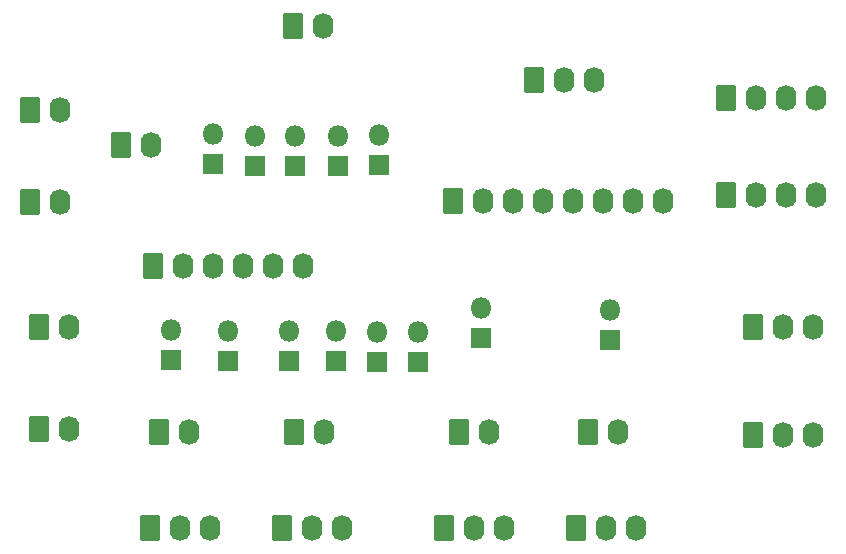
<source format=gbr>
%TF.GenerationSoftware,KiCad,Pcbnew,7.0.9*%
%TF.CreationDate,2023-11-25T10:22:14+10:00*%
%TF.ProjectId,EWS,4557532e-6b69-4636-9164-5f7063625858,rev?*%
%TF.SameCoordinates,Original*%
%TF.FileFunction,Soldermask,Top*%
%TF.FilePolarity,Negative*%
%FSLAX46Y46*%
G04 Gerber Fmt 4.6, Leading zero omitted, Abs format (unit mm)*
G04 Created by KiCad (PCBNEW 7.0.9) date 2023-11-25 10:22:14*
%MOMM*%
%LPD*%
G01*
G04 APERTURE LIST*
G04 Aperture macros list*
%AMRoundRect*
0 Rectangle with rounded corners*
0 $1 Rounding radius*
0 $2 $3 $4 $5 $6 $7 $8 $9 X,Y pos of 4 corners*
0 Add a 4 corners polygon primitive as box body*
4,1,4,$2,$3,$4,$5,$6,$7,$8,$9,$2,$3,0*
0 Add four circle primitives for the rounded corners*
1,1,$1+$1,$2,$3*
1,1,$1+$1,$4,$5*
1,1,$1+$1,$6,$7*
1,1,$1+$1,$8,$9*
0 Add four rect primitives between the rounded corners*
20,1,$1+$1,$2,$3,$4,$5,0*
20,1,$1+$1,$4,$5,$6,$7,0*
20,1,$1+$1,$6,$7,$8,$9,0*
20,1,$1+$1,$8,$9,$2,$3,0*%
G04 Aperture macros list end*
%ADD10RoundRect,0.250000X-0.620000X-0.845000X0.620000X-0.845000X0.620000X0.845000X-0.620000X0.845000X0*%
%ADD11O,1.740000X2.190000*%
%ADD12R,1.800000X1.800000*%
%ADD13O,1.800000X1.800000*%
G04 APERTURE END LIST*
D10*
%TO.C,J2*%
X98552000Y-82824000D03*
D11*
X101092000Y-82824000D03*
%TD*%
D10*
%TO.C,SW7*%
X107900000Y-99860000D03*
D11*
X110440000Y-99860000D03*
X112980000Y-99860000D03*
%TD*%
D12*
%TO.C,D11*%
X120210000Y-69180000D03*
D13*
X120210000Y-66640000D03*
%TD*%
D10*
%TO.C,RV1*%
X158970000Y-82840000D03*
D11*
X161510000Y-82840000D03*
X164050000Y-82840000D03*
%TD*%
D12*
%TO.C,D7*%
X109670000Y-85650000D03*
D13*
X109670000Y-83110000D03*
%TD*%
D10*
%TO.C,J5*%
X158970000Y-91984000D03*
D11*
X161510000Y-91984000D03*
X164050000Y-91984000D03*
%TD*%
D10*
%TO.C,SW9*%
X97790000Y-72250000D03*
D11*
X100330000Y-72250000D03*
%TD*%
D12*
%TO.C,D9*%
X123800000Y-69180000D03*
D13*
X123800000Y-66640000D03*
%TD*%
D12*
%TO.C,D4*%
X127150000Y-85810000D03*
D13*
X127150000Y-83270000D03*
%TD*%
D10*
%TO.C,J1*%
X156670000Y-71640000D03*
D11*
X159210000Y-71640000D03*
X161750000Y-71640000D03*
X164290000Y-71640000D03*
%TD*%
D10*
%TO.C,SW8*%
X108708000Y-91740000D03*
D11*
X111248000Y-91740000D03*
%TD*%
D12*
%TO.C,D5*%
X119660000Y-85730000D03*
D13*
X119660000Y-83190000D03*
%TD*%
D10*
%TO.C,SW10*%
X105430000Y-67410000D03*
D11*
X107970000Y-67410000D03*
%TD*%
D12*
%TO.C,D13*%
X116770000Y-69180000D03*
D13*
X116770000Y-66640000D03*
%TD*%
D10*
%TO.C,J6*%
X108150000Y-77690000D03*
D11*
X110690000Y-77690000D03*
X113230000Y-77690000D03*
X115770000Y-77690000D03*
X118310000Y-77690000D03*
X120850000Y-77690000D03*
%TD*%
D12*
%TO.C,D8*%
X114510000Y-85730000D03*
D13*
X114510000Y-83190000D03*
%TD*%
D10*
%TO.C,SW12*%
X97790000Y-64520000D03*
D11*
X100330000Y-64520000D03*
%TD*%
D10*
%TO.C,J3*%
X98552000Y-91460000D03*
D11*
X101092000Y-91460000D03*
%TD*%
D10*
%TO.C,SW5*%
X119078000Y-99860000D03*
D11*
X121618000Y-99860000D03*
X124158000Y-99860000D03*
%TD*%
D10*
%TO.C,J8*%
X133590000Y-72150000D03*
D11*
X136130000Y-72150000D03*
X138670000Y-72150000D03*
X141210000Y-72150000D03*
X143750000Y-72150000D03*
X146290000Y-72150000D03*
X148830000Y-72150000D03*
X151370000Y-72150000D03*
%TD*%
D10*
%TO.C,SW3*%
X132794000Y-99860000D03*
D11*
X135334000Y-99860000D03*
X137874000Y-99860000D03*
%TD*%
D12*
%TO.C,D2*%
X146900000Y-83940000D03*
D13*
X146900000Y-81400000D03*
%TD*%
D10*
%TO.C,J7*%
X140462000Y-61976000D03*
D11*
X143002000Y-61976000D03*
X145542000Y-61976000D03*
%TD*%
D12*
%TO.C,D12*%
X113284000Y-69088000D03*
D13*
X113284000Y-66548000D03*
%TD*%
D10*
%TO.C,J4*%
X156670000Y-63492000D03*
D11*
X159210000Y-63492000D03*
X161750000Y-63492000D03*
X164290000Y-63492000D03*
%TD*%
D10*
%TO.C,SW1*%
X143970000Y-99860000D03*
D11*
X146510000Y-99860000D03*
X149050000Y-99860000D03*
%TD*%
D12*
%TO.C,D1*%
X135900000Y-83780000D03*
D13*
X135900000Y-81240000D03*
%TD*%
D12*
%TO.C,D10*%
X127310000Y-69110000D03*
D13*
X127310000Y-66570000D03*
%TD*%
D10*
%TO.C,SW2*%
X145030000Y-91740000D03*
D11*
X147570000Y-91740000D03*
%TD*%
D12*
%TO.C,D3*%
X130590000Y-85810000D03*
D13*
X130590000Y-83270000D03*
%TD*%
D10*
%TO.C,SW4*%
X134108000Y-91740000D03*
D11*
X136648000Y-91740000D03*
%TD*%
D12*
%TO.C,D6*%
X123640000Y-85765000D03*
D13*
X123640000Y-83225000D03*
%TD*%
D10*
%TO.C,SW11*%
X120010000Y-57400000D03*
D11*
X122550000Y-57400000D03*
%TD*%
D10*
%TO.C,SW6*%
X120138000Y-91740000D03*
D11*
X122678000Y-91740000D03*
%TD*%
M02*

</source>
